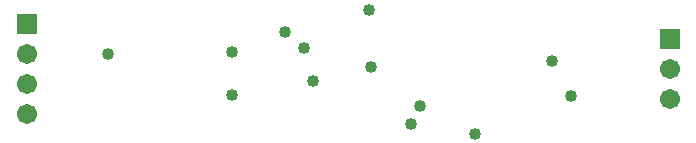
<source format=gbr>
G04 DipTrace 2.2.0.9*
%INBottomMask.gbr*%
%MOMM*%
%ADD33C,1.016*%
%ADD51C,1.702*%
%ADD59R,1.702X1.702*%
%FSLAX53Y53*%
%SFA1B1*%
%OFA0B0*%
G04*
G71*
G90*
G75*
G01*
%LNBotMask*%
%LPD*%
D33*
X36618Y16308D3*
X41345Y22354D3*
X58437Y15028D3*
X19317Y18581D3*
X50341Y11849D3*
X56894Y17965D3*
X45679Y14200D3*
X41526Y17514D3*
X34241Y20449D3*
X44905Y12623D3*
X35843Y19057D3*
X29734Y15127D3*
Y18740D3*
D59*
X66841Y19844D3*
X12389Y21121D3*
D51*
Y18581D3*
Y16041D3*
Y13501D3*
X66841Y17304D3*
Y14764D3*
M02*

</source>
